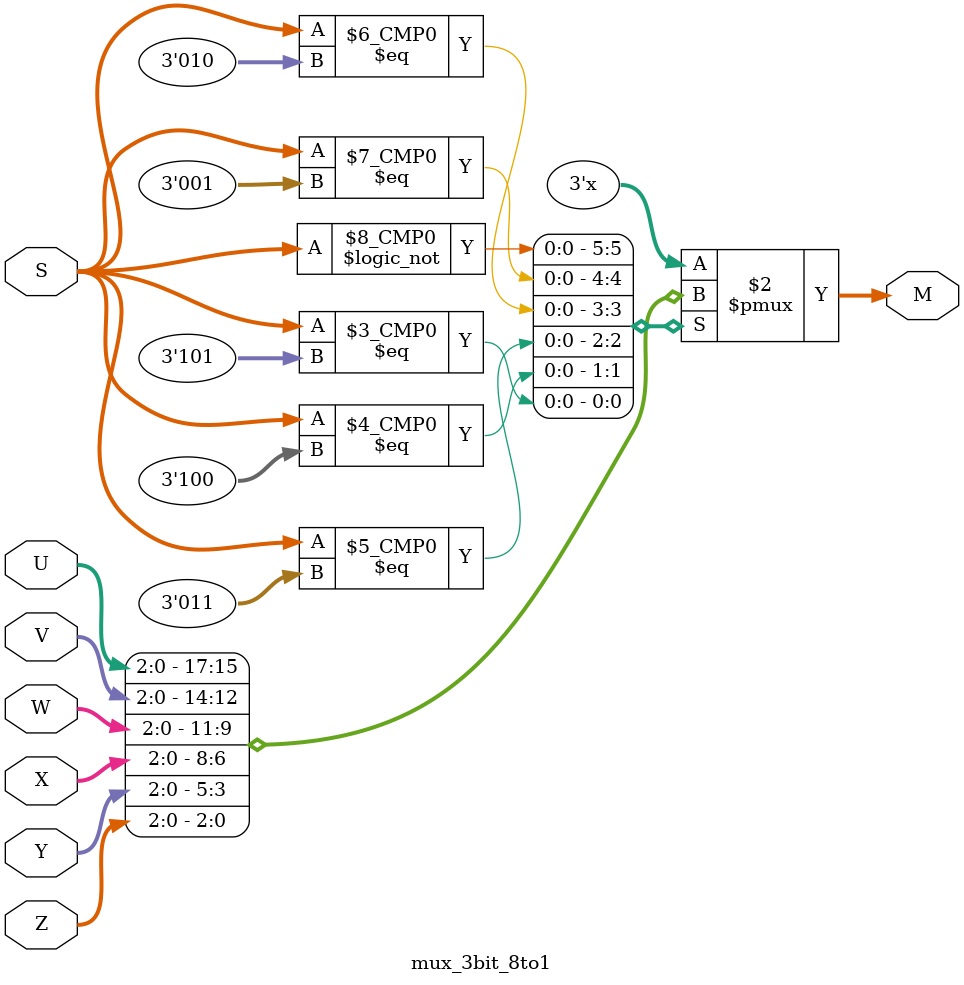
<source format=v>
module mux_3bit_8to1 (S, U, V, W, X, Y, Z, M);
input [2:0] S, U, V, W, X, Y, Z;
output reg [2:0] M;

always@(U or V or W or X or Y or Z or S)
begin
	case(S)
		3'b000: M <= U;
		3'b001: M <= V;
		3'b010: M <= W;
		3'b011: M <= X;
		3'b100: M <= Y;
		3'b101: M <= Z;
	endcase
end

endmodule
</source>
